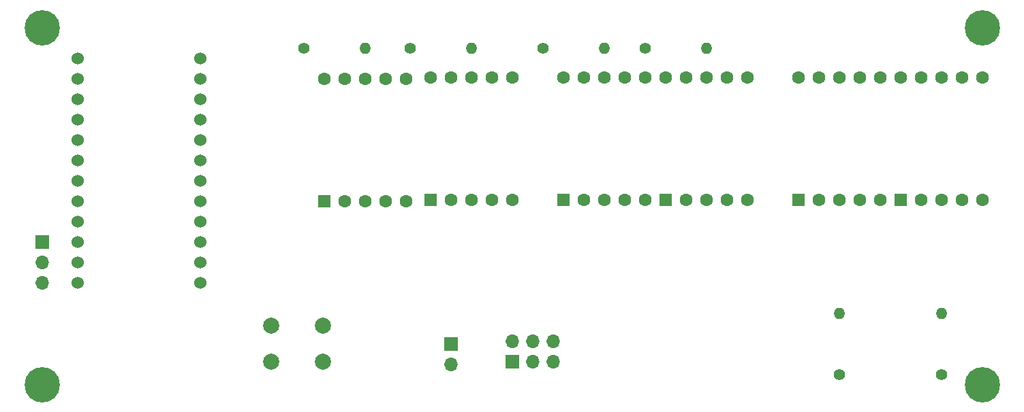
<source format=gbr>
%TF.GenerationSoftware,KiCad,Pcbnew,7.0.7*%
%TF.CreationDate,2023-09-30T14:20:14-05:00*%
%TF.ProjectId,Asus Qcode,41737573-2051-4636-9f64-652e6b696361,rev?*%
%TF.SameCoordinates,Original*%
%TF.FileFunction,Soldermask,Top*%
%TF.FilePolarity,Negative*%
%FSLAX46Y46*%
G04 Gerber Fmt 4.6, Leading zero omitted, Abs format (unit mm)*
G04 Created by KiCad (PCBNEW 7.0.7) date 2023-09-30 14:20:14*
%MOMM*%
%LPD*%
G01*
G04 APERTURE LIST*
%ADD10C,1.400000*%
%ADD11O,1.400000X1.400000*%
%ADD12R,1.600000X1.600000*%
%ADD13C,1.600000*%
%ADD14C,1.524000*%
%ADD15C,4.400000*%
%ADD16C,2.000000*%
%ADD17R,1.700000X1.700000*%
%ADD18O,1.700000X1.700000*%
G04 APERTURE END LIST*
D10*
%TO.C,R6*%
X127000000Y-58420000D03*
D11*
X127000000Y-50800000D03*
%TD*%
D12*
%TO.C,DSP5*%
X109220000Y-36707500D03*
D13*
X111760000Y-36707500D03*
X114300000Y-36707500D03*
X116840000Y-36707500D03*
X119380000Y-36707500D03*
X119380000Y-21467500D03*
X116840000Y-21467500D03*
X114300000Y-21467500D03*
X111760000Y-21467500D03*
X109220000Y-21467500D03*
%TD*%
D14*
%TO.C,uP1*%
X34925000Y-46990000D03*
X34925000Y-44450000D03*
X34925000Y-41910000D03*
X34925000Y-39370000D03*
X34925000Y-36830000D03*
X34925000Y-34290000D03*
X34925000Y-31750000D03*
X34925000Y-29210000D03*
X34925000Y-26670000D03*
X34925000Y-24130000D03*
X34925000Y-21590000D03*
X34925000Y-19050000D03*
X19685000Y-46990000D03*
X19685000Y-44450000D03*
X19685000Y-41910000D03*
X19685000Y-39370000D03*
X19685000Y-36830000D03*
X19685000Y-34290000D03*
X19685000Y-31750000D03*
X19685000Y-29210000D03*
X19685000Y-26670000D03*
X19685000Y-24130000D03*
X19685000Y-21590000D03*
X19685000Y-19050000D03*
%TD*%
D15*
%TO.C,REF\u002A\u002A*%
X132080000Y-59690000D03*
%TD*%
D16*
%TO.C,SW1*%
X50165000Y-56860000D03*
X43665000Y-56860000D03*
X50165000Y-52360000D03*
X43665000Y-52360000D03*
%TD*%
D12*
%TO.C,DSP6*%
X121920000Y-36707500D03*
D13*
X124460000Y-36707500D03*
X127000000Y-36707500D03*
X129540000Y-36707500D03*
X132080000Y-36707500D03*
X132080000Y-21467500D03*
X129540000Y-21467500D03*
X127000000Y-21467500D03*
X124460000Y-21467500D03*
X121920000Y-21467500D03*
%TD*%
D17*
%TO.C,J1*%
X73660000Y-56860000D03*
D18*
X73660000Y-54320000D03*
X76200000Y-56860000D03*
X76200000Y-54320000D03*
X78740000Y-56860000D03*
X78740000Y-54320000D03*
%TD*%
D17*
%TO.C,J2*%
X15240000Y-41910000D03*
D18*
X15240000Y-44450000D03*
X15240000Y-46990000D03*
%TD*%
D15*
%TO.C,REF\u002A\u002A*%
X132080000Y-15240000D03*
%TD*%
D10*
%TO.C,R1*%
X47756627Y-17780000D03*
D11*
X55376627Y-17780000D03*
%TD*%
D15*
%TO.C,REF\u002A\u002A*%
X15240000Y-59690000D03*
%TD*%
D10*
%TO.C,R5*%
X114300000Y-58420000D03*
D11*
X114300000Y-50800000D03*
%TD*%
D12*
%TO.C,DSP2*%
X63500000Y-36707500D03*
D13*
X66040000Y-36707500D03*
X68580000Y-36707500D03*
X71120000Y-36707500D03*
X73660000Y-36707500D03*
X73660000Y-21467500D03*
X71120000Y-21467500D03*
X68580000Y-21467500D03*
X66040000Y-21467500D03*
X63500000Y-21467500D03*
%TD*%
D12*
%TO.C,DSP3*%
X80010000Y-36707500D03*
D13*
X82550000Y-36707500D03*
X85090000Y-36707500D03*
X87630000Y-36707500D03*
X90170000Y-36707500D03*
X90170000Y-21467500D03*
X87630000Y-21467500D03*
X85090000Y-21467500D03*
X82550000Y-21467500D03*
X80010000Y-21467500D03*
%TD*%
D12*
%TO.C,DSP4*%
X92710000Y-36707500D03*
D13*
X95250000Y-36707500D03*
X97790000Y-36707500D03*
X100330000Y-36707500D03*
X102870000Y-36707500D03*
X102870000Y-21467500D03*
X100330000Y-21467500D03*
X97790000Y-21467500D03*
X95250000Y-21467500D03*
X92710000Y-21467500D03*
%TD*%
D10*
%TO.C,R2*%
X60960000Y-17780000D03*
D11*
X68580000Y-17780000D03*
%TD*%
D12*
%TO.C,DSP1*%
X50287500Y-36830000D03*
D13*
X52827500Y-36830000D03*
X55367500Y-36830000D03*
X57907500Y-36830000D03*
X60447500Y-36830000D03*
X60447500Y-21590000D03*
X57907500Y-21590000D03*
X55367500Y-21590000D03*
X52827500Y-21590000D03*
X50287500Y-21590000D03*
%TD*%
D10*
%TO.C,R3*%
X90170000Y-17780000D03*
D11*
X97790000Y-17780000D03*
%TD*%
D17*
%TO.C,J3*%
X66040000Y-54610000D03*
D18*
X66040000Y-57150000D03*
%TD*%
D15*
%TO.C,REF\u002A\u002A*%
X15240000Y-15240000D03*
%TD*%
D10*
%TO.C,R4*%
X77470000Y-17780000D03*
D11*
X85090000Y-17780000D03*
%TD*%
M02*

</source>
